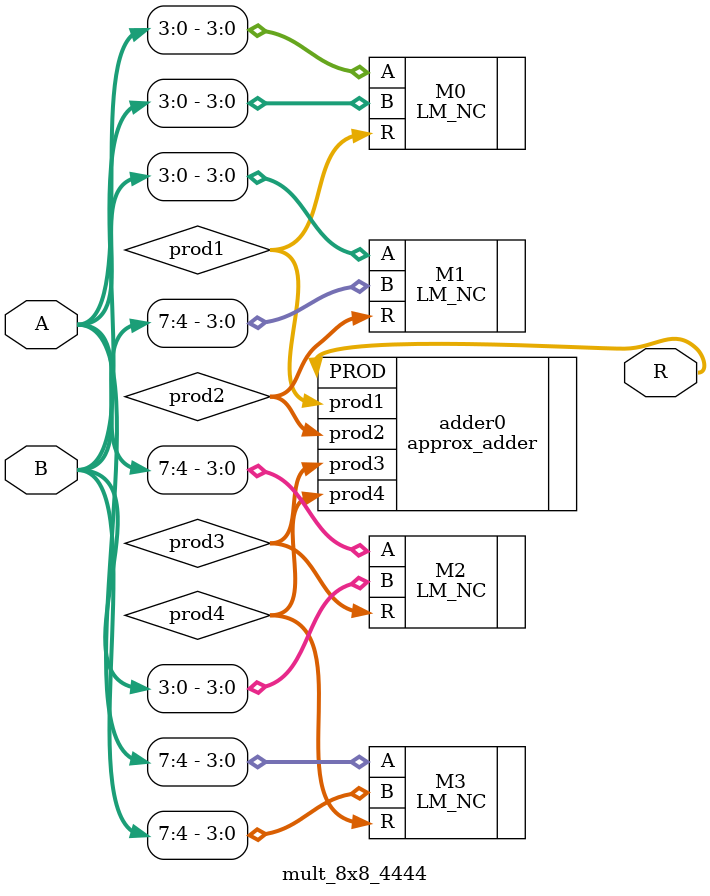
<source format=v>
module mult_8x8_4444(
input [7:0] A,
input [7:0] B,
output [15:0]R
);
wire [7:0]prod1;
wire [7:0]prod2;
wire [7:0]prod3;
wire [7:0]prod4;

LM_NC M0(.A(A[3:0]),.B(B[3:0]),.R(prod1));
LM_NC M1(.A(A[3:0]),.B(B[7:4]),.R(prod2));
LM_NC M2(.A(A[7:4]),.B(B[3:0]),.R(prod3));
LM_NC M3(.A(A[7:4]),.B(B[7:4]),.R(prod4));
approx_adder adder0(.prod1(prod1),.prod2(prod2),.prod3(prod3),.prod4(prod4),.PROD(R));
endmodule

</source>
